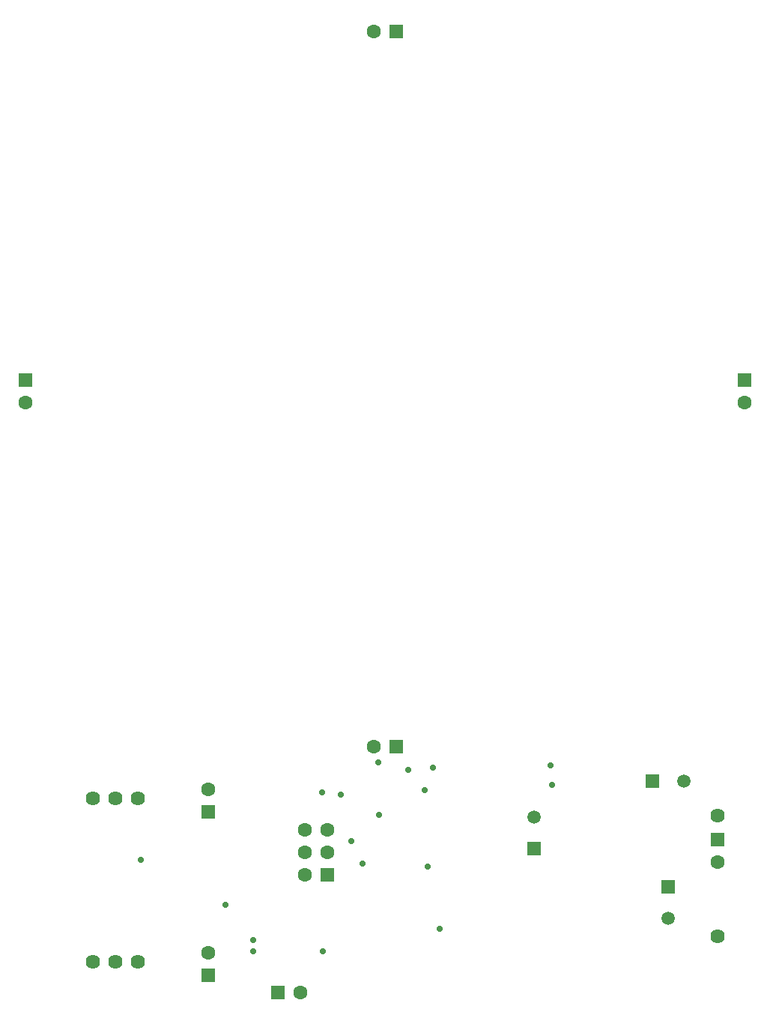
<source format=gbs>
G04*
G04 #@! TF.GenerationSoftware,Altium Limited,Altium Designer,23.8.1 (32)*
G04*
G04 Layer_Color=16711935*
%FSLAX25Y25*%
%MOIN*%
G70*
G04*
G04 #@! TF.SameCoordinates,B00BB811-4D84-4737-8C1C-C2D0D2789402*
G04*
G04*
G04 #@! TF.FilePolarity,Negative*
G04*
G01*
G75*
%ADD47C,0.06394*%
%ADD48C,0.00394*%
%ADD49R,0.06299X0.06299*%
%ADD50C,0.06299*%
%ADD51R,0.06299X0.06299*%
%ADD52C,0.05906*%
%ADD53R,0.05906X0.05906*%
%ADD54R,0.05906X0.05906*%
%ADD55C,0.02794*%
D47*
X-130000Y-253819D02*
D03*
X-120000D02*
D03*
X-110000D02*
D03*
X-130000Y-181319D02*
D03*
X-120000D02*
D03*
X-110000D02*
D03*
X147992Y-242402D02*
D03*
Y-188898D02*
D03*
D48*
X45000Y-215000D02*
D03*
X-0Y-266059D02*
D03*
Y-238500D02*
D03*
D49*
X-78500Y-259685D02*
D03*
Y-187185D02*
D03*
X148000Y-199500D02*
D03*
X160000Y5000D02*
D03*
X-160000D02*
D03*
X-25500Y-215000D02*
D03*
D50*
X-78500Y-249685D02*
D03*
Y-177185D02*
D03*
X148000Y-209500D02*
D03*
X-5000Y-158000D02*
D03*
X160000Y-5000D02*
D03*
X-5000Y160000D02*
D03*
X-160000Y-5000D02*
D03*
X-37500Y-267500D02*
D03*
X-35500Y-215000D02*
D03*
X-25500Y-205000D02*
D03*
X-35500D02*
D03*
X-25500Y-195000D02*
D03*
X-35500D02*
D03*
D51*
X5000Y-158000D02*
D03*
Y160000D02*
D03*
X-47500Y-267500D02*
D03*
D52*
X126000Y-234390D02*
D03*
X66500Y-189610D02*
D03*
X132890Y-173500D02*
D03*
D53*
X126000Y-220610D02*
D03*
X66500Y-203390D02*
D03*
D54*
X119110Y-173500D02*
D03*
D55*
X-108500Y-208500D02*
D03*
X-27500Y-249000D02*
D03*
X-58500Y-249000D02*
D03*
Y-244000D02*
D03*
X24504Y-239240D02*
D03*
X74500Y-175000D02*
D03*
X73807Y-166500D02*
D03*
X19000Y-211500D02*
D03*
X21500Y-167504D02*
D03*
X10500Y-168500D02*
D03*
X-3000Y-165000D02*
D03*
X-28000Y-178500D02*
D03*
X-19500Y-179500D02*
D03*
X-71000Y-228500D02*
D03*
X-2500Y-188500D02*
D03*
X-15000Y-200000D02*
D03*
X-9961Y-210000D02*
D03*
X17760Y-177500D02*
D03*
M02*

</source>
